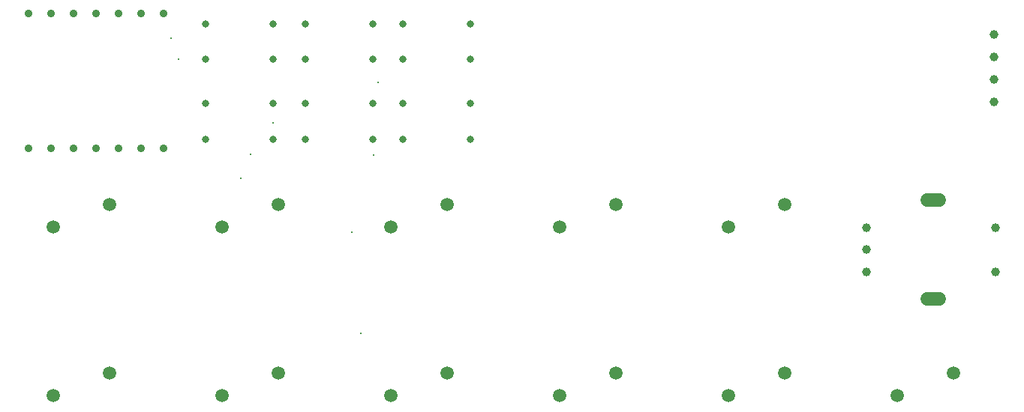
<source format=gbr>
%TF.GenerationSoftware,KiCad,Pcbnew,9.0.6*%
%TF.CreationDate,2025-12-11T16:51:16+11:00*%
%TF.ProjectId,vali-macroPAD,76616c69-2d6d-4616-9372-6f5041442e6b,rev?*%
%TF.SameCoordinates,Original*%
%TF.FileFunction,Plated,1,2,PTH,Mixed*%
%TF.FilePolarity,Positive*%
%FSLAX46Y46*%
G04 Gerber Fmt 4.6, Leading zero omitted, Abs format (unit mm)*
G04 Created by KiCad (PCBNEW 9.0.6) date 2025-12-11 16:51:16*
%MOMM*%
%LPD*%
G01*
G04 APERTURE LIST*
%TA.AperFunction,ViaDrill*%
%ADD10C,0.300000*%
%TD*%
%TA.AperFunction,ComponentDrill*%
%ADD11C,0.800000*%
%TD*%
%TA.AperFunction,ComponentDrill*%
%ADD12C,0.889000*%
%TD*%
%TA.AperFunction,ComponentDrill*%
%ADD13C,1.000000*%
%TD*%
%TA.AperFunction,ComponentDrill*%
%ADD14C,1.500000*%
%TD*%
G04 aperture for slot hole*
%TA.AperFunction,ComponentDrill*%
%ADD15C,1.500000*%
%TD*%
G04 APERTURE END LIST*
D10*
X114300000Y-66600000D03*
X115100000Y-69000000D03*
X122108023Y-82410500D03*
X123200000Y-79701000D03*
X125800000Y-76200000D03*
X134700000Y-88547500D03*
X135700000Y-100000000D03*
X137100000Y-79800000D03*
X137600000Y-71600000D03*
D11*
%TO.C,D1*%
X118190000Y-65000000D03*
%TO.C,D2*%
X118190000Y-69000000D03*
%TO.C,D3*%
X118190000Y-74000000D03*
%TO.C,D4*%
X118190000Y-78000000D03*
%TO.C,D1*%
X125810000Y-65000000D03*
%TO.C,D2*%
X125810000Y-69000000D03*
%TO.C,D3*%
X125810000Y-74000000D03*
%TO.C,D4*%
X125810000Y-78000000D03*
%TO.C,D5*%
X129380000Y-65000000D03*
%TO.C,D6*%
X129380000Y-69000000D03*
%TO.C,D7*%
X129380000Y-74000000D03*
%TO.C,D8*%
X129380000Y-78000000D03*
%TO.C,D5*%
X137000000Y-65000000D03*
%TO.C,D6*%
X137000000Y-69000000D03*
%TO.C,D7*%
X137000000Y-74000000D03*
%TO.C,D8*%
X137000000Y-78000000D03*
%TO.C,D9*%
X140380000Y-65000000D03*
%TO.C,D10*%
X140380000Y-69000000D03*
%TO.C,D11*%
X140380000Y-74000000D03*
%TO.C,D12*%
X140380000Y-78000000D03*
%TO.C,D9*%
X148000000Y-65000000D03*
%TO.C,D10*%
X148000000Y-69000000D03*
%TO.C,D11*%
X148000000Y-74000000D03*
%TO.C,D12*%
X148000000Y-78000000D03*
D12*
%TO.C,U1*%
X98151250Y-63817500D03*
X98151250Y-79057500D03*
X100691250Y-63817500D03*
X100691250Y-79057500D03*
X103231250Y-63817500D03*
X103231250Y-79057500D03*
X105771250Y-63817500D03*
X105771250Y-79057500D03*
X108311250Y-63817500D03*
X108311250Y-79057500D03*
X110851250Y-63817500D03*
X110851250Y-79057500D03*
X113391250Y-63817500D03*
X113391250Y-79057500D03*
D13*
%TO.C,SW10*%
X192775000Y-87987500D03*
X192775000Y-90487500D03*
X192775000Y-92987500D03*
%TO.C,OL1*%
X207168750Y-66198750D03*
X207168750Y-68738750D03*
X207168750Y-71278750D03*
X207168750Y-73818750D03*
%TO.C,SW10*%
X207275000Y-87987500D03*
X207275000Y-92987500D03*
D14*
%TO.C,SW1*%
X100965000Y-87947500D03*
%TO.C,SW5*%
X100965000Y-106997500D03*
%TO.C,SW1*%
X107315000Y-85407500D03*
%TO.C,SW5*%
X107315000Y-104457500D03*
%TO.C,SW2*%
X120015000Y-87947500D03*
%TO.C,SW6*%
X120015000Y-106997500D03*
%TO.C,SW2*%
X126365000Y-85407500D03*
%TO.C,SW6*%
X126365000Y-104457500D03*
%TO.C,SW3*%
X139065000Y-87947500D03*
%TO.C,SW7*%
X139065000Y-106997500D03*
%TO.C,SW3*%
X145415000Y-85407500D03*
%TO.C,SW7*%
X145415000Y-104457500D03*
%TO.C,SW4*%
X158115000Y-87947500D03*
%TO.C,SW8*%
X158115000Y-106997500D03*
%TO.C,SW4*%
X164465000Y-85407500D03*
%TO.C,SW8*%
X164465000Y-104457500D03*
%TO.C,SW9*%
X177165000Y-87947500D03*
%TO.C,SW11*%
X177165000Y-106997500D03*
%TO.C,SW9*%
X183515000Y-85407500D03*
%TO.C,SW11*%
X183515000Y-104457500D03*
%TO.C,SW12*%
X196215000Y-106997500D03*
D15*
%TO.C,SW10*%
X200925000Y-84887500D02*
X199625000Y-84887500D01*
X200925000Y-96087500D02*
X199625000Y-96087500D01*
D14*
%TO.C,SW12*%
X202565000Y-104457500D03*
M02*

</source>
